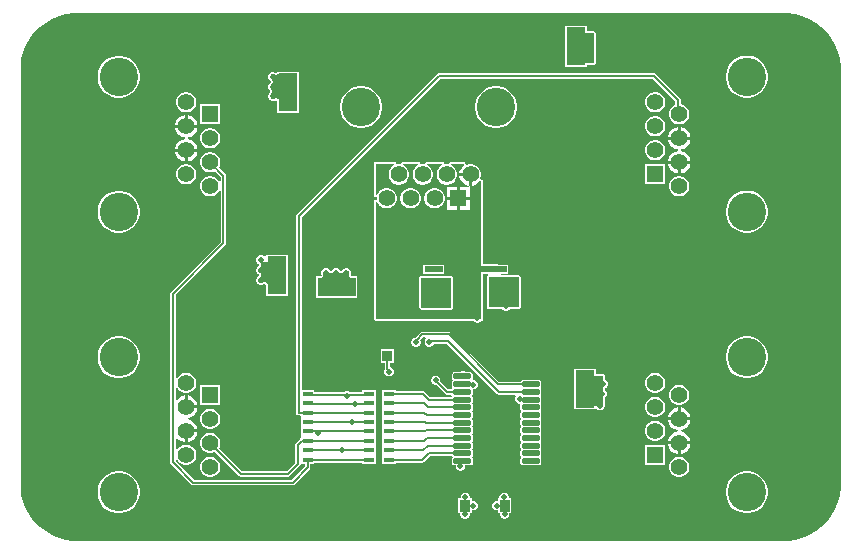
<source format=gtl>
G04*
G04 #@! TF.GenerationSoftware,Altium Limited,Altium Designer,22.11.1 (43)*
G04*
G04 Layer_Physical_Order=1*
G04 Layer_Color=255*
%FSLAX25Y25*%
%MOIN*%
G70*
G04*
G04 #@! TF.SameCoordinates,86DA71BE-ED10-4D6F-9541-DF3680A4200E*
G04*
G04*
G04 #@! TF.FilePolarity,Positive*
G04*
G01*
G75*
%ADD13C,0.00600*%
%ADD18R,0.06299X0.12598*%
%ADD19R,0.12598X0.06299*%
%ADD20R,0.03543X0.03937*%
%ADD21R,0.03543X0.01772*%
G04:AMPARAMS|DCode=22|XSize=59.06mil|YSize=17.72mil|CornerRadius=1.95mil|HoleSize=0mil|Usage=FLASHONLY|Rotation=0.000|XOffset=0mil|YOffset=0mil|HoleType=Round|Shape=RoundedRectangle|*
%AMROUNDEDRECTD22*
21,1,0.05906,0.01382,0,0,0.0*
21,1,0.05516,0.01772,0,0,0.0*
1,1,0.00390,0.02758,-0.00691*
1,1,0.00390,-0.02758,-0.00691*
1,1,0.00390,-0.02758,0.00691*
1,1,0.00390,0.02758,0.00691*
%
%ADD22ROUNDEDRECTD22*%
%ADD23R,0.03347X0.03740*%
%ADD24R,0.06000X0.02000*%
%ADD25R,0.06000X0.07000*%
%ADD35C,0.01968*%
%ADD36R,0.05504X0.05504*%
%ADD37C,0.05504*%
%ADD38C,0.12795*%
%ADD39R,0.05504X0.05504*%
%ADD40C,0.01968*%
G36*
X259007Y176374D02*
X261398Y175733D01*
X263684Y174786D01*
X265828Y173549D01*
X267792Y172042D01*
X269542Y170292D01*
X271049Y168328D01*
X272286Y166184D01*
X273234Y163898D01*
X273874Y161507D01*
X274197Y159053D01*
Y157815D01*
Y19685D01*
Y18447D01*
X273874Y15993D01*
X273234Y13602D01*
X272286Y11316D01*
X271049Y9172D01*
X269542Y7208D01*
X267792Y5458D01*
X265828Y3951D01*
X263684Y2714D01*
X261397Y1767D01*
X259007Y1126D01*
X256553Y803D01*
X18447D01*
X15993Y1126D01*
X13602Y1767D01*
X11316Y2714D01*
X9172Y3951D01*
X7208Y5458D01*
X5458Y7208D01*
X3951Y9172D01*
X2714Y11316D01*
X1767Y13602D01*
X1126Y15993D01*
X803Y18447D01*
Y19685D01*
Y157815D01*
Y159053D01*
X1126Y161507D01*
X1767Y163898D01*
X2714Y166184D01*
X3951Y168328D01*
X5458Y170292D01*
X7208Y172042D01*
X9172Y173549D01*
X11316Y174786D01*
X13602Y175733D01*
X15993Y176374D01*
X18447Y176697D01*
X256553D01*
X259007Y176374D01*
D02*
G37*
%LPC*%
G36*
X189698Y172394D02*
X182398D01*
Y158795D01*
X189698D01*
Y159419D01*
X192000D01*
X192459Y159609D01*
X192649Y160068D01*
Y170030D01*
X192459Y170490D01*
X192000Y170680D01*
X189698D01*
Y172394D01*
D02*
G37*
G36*
X243560Y162509D02*
X242182D01*
X240830Y162241D01*
X239556Y161713D01*
X238410Y160947D01*
X237435Y159973D01*
X236669Y158826D01*
X236142Y157553D01*
X235873Y156201D01*
Y154823D01*
X236142Y153471D01*
X236669Y152197D01*
X237435Y151051D01*
X238410Y150076D01*
X239556Y149311D01*
X240830Y148783D01*
X242182Y148514D01*
X243560D01*
X244912Y148783D01*
X246185Y149311D01*
X247332Y150076D01*
X248306Y151051D01*
X249072Y152197D01*
X249600Y153471D01*
X249868Y154823D01*
Y156201D01*
X249600Y157553D01*
X249072Y158826D01*
X248306Y159973D01*
X247332Y160947D01*
X246185Y161713D01*
X244912Y162241D01*
X243560Y162509D01*
D02*
G37*
G36*
X34189Y162494D02*
X32811D01*
X31459Y162225D01*
X30185Y161697D01*
X29039Y160931D01*
X28065Y159957D01*
X27299Y158811D01*
X26771Y157537D01*
X26502Y156185D01*
Y154807D01*
X26771Y153455D01*
X27299Y152181D01*
X28065Y151035D01*
X29039Y150060D01*
X30185Y149295D01*
X31459Y148767D01*
X32811Y148498D01*
X34189D01*
X35541Y148767D01*
X36815Y149295D01*
X37961Y150060D01*
X38935Y151035D01*
X39701Y152181D01*
X40229Y153455D01*
X40498Y154807D01*
Y156185D01*
X40229Y157537D01*
X39701Y158811D01*
X38935Y159957D01*
X37961Y160931D01*
X36815Y161697D01*
X35541Y162225D01*
X34189Y162494D01*
D02*
G37*
G36*
X212800Y150360D02*
X211918D01*
X211065Y150131D01*
X210301Y149690D01*
X209677Y149066D01*
X209235Y148302D01*
X209007Y147449D01*
Y146566D01*
X209235Y145714D01*
X209677Y144950D01*
X210301Y144326D01*
X211065Y143884D01*
X211918Y143656D01*
X212800D01*
X213653Y143884D01*
X214417Y144326D01*
X215041Y144950D01*
X215482Y145714D01*
X215711Y146566D01*
Y147449D01*
X215482Y148302D01*
X215041Y149066D01*
X214417Y149690D01*
X213653Y150131D01*
X212800Y150360D01*
D02*
G37*
G36*
X56461Y150344D02*
X55578D01*
X54726Y150116D01*
X53961Y149674D01*
X53337Y149050D01*
X52896Y148286D01*
X52668Y147433D01*
Y146551D01*
X52896Y145698D01*
X53337Y144934D01*
X53961Y144310D01*
X54726Y143869D01*
X55578Y143640D01*
X56461D01*
X57313Y143869D01*
X58078Y144310D01*
X58702Y144934D01*
X59143Y145698D01*
X59372Y146551D01*
Y147433D01*
X59143Y148286D01*
X58702Y149050D01*
X58078Y149674D01*
X57313Y150116D01*
X56461Y150344D01*
D02*
G37*
G36*
X85195Y157134D02*
X84565D01*
X83984Y156893D01*
X83539Y156447D01*
X83298Y155866D01*
Y155236D01*
X83539Y154654D01*
X83984Y154209D01*
X84159Y154137D01*
Y153595D01*
X83984Y153523D01*
X83539Y153078D01*
X83298Y152496D01*
Y151866D01*
X83539Y151285D01*
X83984Y150840D01*
Y150302D01*
X83539Y149857D01*
X83298Y149276D01*
Y148646D01*
X83539Y148064D01*
X83984Y147619D01*
X84565Y147378D01*
X85195D01*
X85777Y147619D01*
X85850Y147693D01*
X86350Y147485D01*
Y143491D01*
X93650D01*
Y157090D01*
X86350D01*
Y157026D01*
X85850Y156819D01*
X85777Y156893D01*
X85195Y157134D01*
D02*
G37*
G36*
X212037Y156670D02*
X140337D01*
X139986Y156600D01*
X139688Y156401D01*
X92988Y109701D01*
X92789Y109403D01*
X92719Y109052D01*
Y43545D01*
X92789Y43194D01*
X92988Y42896D01*
X93286Y42697D01*
X93637Y42627D01*
X93875D01*
X94228Y42274D01*
X94228Y41781D01*
X94228Y41659D01*
Y39132D01*
X94228Y39010D01*
Y38632D01*
X94228Y38510D01*
Y35982D01*
X94228Y35860D01*
Y35482D01*
X94228Y35360D01*
Y34964D01*
X94130Y34944D01*
X93832Y34745D01*
X92488Y33401D01*
X92289Y33103D01*
X92219Y32752D01*
Y26713D01*
X89557Y24051D01*
X74755D01*
X66941Y31865D01*
X67135Y32202D01*
X67364Y33055D01*
Y33937D01*
X67135Y34790D01*
X66694Y35554D01*
X66070Y36178D01*
X65306Y36619D01*
X64453Y36848D01*
X63570D01*
X62718Y36619D01*
X61954Y36178D01*
X61330Y35554D01*
X60888Y34790D01*
X60660Y33937D01*
Y33055D01*
X60888Y32202D01*
X61330Y31438D01*
X61954Y30814D01*
X62718Y30372D01*
X63570Y30144D01*
X64453D01*
X65306Y30372D01*
X65643Y30567D01*
X73726Y22484D01*
X74023Y22285D01*
X74375Y22216D01*
X89937D01*
X90288Y22285D01*
X90586Y22484D01*
X93786Y25684D01*
X93985Y25982D01*
X93990Y26010D01*
X94055Y26119D01*
X94238Y26365D01*
X94510Y26411D01*
X95619D01*
Y25632D01*
X91139Y21152D01*
X58735D01*
X52555Y27332D01*
Y27817D01*
X53055Y27951D01*
X53337Y27462D01*
X53961Y26838D01*
X54726Y26396D01*
X55578Y26168D01*
X56461D01*
X57313Y26396D01*
X58078Y26838D01*
X58702Y27462D01*
X59143Y28226D01*
X59372Y29079D01*
Y29961D01*
X59143Y30814D01*
X58702Y31578D01*
X58078Y32202D01*
X57313Y32643D01*
X56461Y32872D01*
X55578D01*
X54726Y32643D01*
X53961Y32202D01*
X53337Y31578D01*
X53055Y31088D01*
X52555Y31222D01*
Y35084D01*
X52763Y35140D01*
X53055Y35171D01*
X53716Y34509D01*
X54571Y34016D01*
X55519Y33761D01*
Y37512D01*
X56020D01*
Y38012D01*
X59770D01*
X59516Y38960D01*
X59022Y39816D01*
X58323Y40514D01*
X57468Y41008D01*
X56514Y41264D01*
Y41752D01*
X57468Y42008D01*
X58323Y42502D01*
X59022Y43200D01*
X59516Y44056D01*
X59770Y45004D01*
X56020D01*
Y45504D01*
X55520D01*
Y49254D01*
X54571Y49000D01*
X53716Y48506D01*
X53055Y47845D01*
X52763Y47876D01*
X52555Y47932D01*
Y51793D01*
X53055Y51928D01*
X53337Y51438D01*
X53961Y50814D01*
X54726Y50372D01*
X55578Y50144D01*
X56461D01*
X57313Y50372D01*
X58078Y50814D01*
X58702Y51438D01*
X59143Y52202D01*
X59372Y53055D01*
Y53937D01*
X59143Y54790D01*
X58702Y55554D01*
X58078Y56178D01*
X57313Y56620D01*
X56461Y56848D01*
X55578D01*
X54726Y56620D01*
X53961Y56178D01*
X53337Y55554D01*
X53055Y55064D01*
X52555Y55198D01*
Y82772D01*
X69086Y99303D01*
X69285Y99601D01*
X69355Y99952D01*
Y122567D01*
X69285Y122918D01*
X69086Y123216D01*
X66941Y125361D01*
X67135Y125698D01*
X67364Y126551D01*
Y127434D01*
X67135Y128286D01*
X66694Y129050D01*
X66070Y129674D01*
X65306Y130116D01*
X64453Y130344D01*
X63570D01*
X62718Y130116D01*
X61954Y129674D01*
X61330Y129050D01*
X60888Y128286D01*
X60660Y127434D01*
Y126551D01*
X60888Y125698D01*
X61330Y124934D01*
X61954Y124310D01*
X62718Y123869D01*
X63570Y123640D01*
X64453D01*
X65306Y123869D01*
X65643Y124063D01*
X67519Y122187D01*
Y120629D01*
X67019Y120495D01*
X66694Y121058D01*
X66070Y121682D01*
X65306Y122124D01*
X64453Y122352D01*
X63570D01*
X62718Y122124D01*
X61954Y121682D01*
X61330Y121058D01*
X60888Y120294D01*
X60660Y119441D01*
Y118559D01*
X60888Y117706D01*
X61330Y116942D01*
X61954Y116318D01*
X62718Y115876D01*
X63570Y115648D01*
X64453D01*
X65306Y115876D01*
X66070Y116318D01*
X66694Y116942D01*
X67019Y117505D01*
X67519Y117371D01*
Y100332D01*
X50988Y83801D01*
X50789Y83503D01*
X50719Y83152D01*
Y26952D01*
X50789Y26601D01*
X50988Y26303D01*
X57706Y19586D01*
X58003Y19387D01*
X58355Y19317D01*
X91519D01*
X91870Y19387D01*
X92168Y19586D01*
X97186Y24603D01*
X97385Y24901D01*
X97455Y25252D01*
Y26411D01*
X98772D01*
Y26879D01*
X114641D01*
Y26411D01*
X119184D01*
Y29061D01*
X119184Y29183D01*
Y29561D01*
X119184Y29683D01*
Y32210D01*
X119184Y32332D01*
Y32710D01*
X119184Y32832D01*
Y35360D01*
X119184Y35482D01*
Y35860D01*
X119184Y35982D01*
Y38510D01*
X119184Y38632D01*
Y39010D01*
X119184Y39132D01*
Y41659D01*
X119184Y41781D01*
Y42159D01*
X119184Y42281D01*
Y44931D01*
X119184D01*
Y45309D01*
X119184D01*
Y48080D01*
X119184D01*
Y48458D01*
X119184D01*
Y51230D01*
X114641D01*
Y50380D01*
X110643D01*
X110481Y50542D01*
X109899Y50783D01*
X109269D01*
X108688Y50542D01*
X108526Y50380D01*
X98772D01*
Y51230D01*
X94555D01*
Y108672D01*
X140717Y154834D01*
X211657D01*
X219082Y147409D01*
Y146122D01*
X219057Y146116D01*
X218293Y145674D01*
X217669Y145050D01*
X217228Y144286D01*
X216999Y143433D01*
Y142551D01*
X217228Y141698D01*
X217669Y140934D01*
X218293Y140310D01*
X219057Y139869D01*
X219910Y139640D01*
X220793D01*
X221645Y139869D01*
X222409Y140310D01*
X223033Y140934D01*
X223475Y141698D01*
X223703Y142551D01*
Y143433D01*
X223475Y144286D01*
X223033Y145050D01*
X222409Y145674D01*
X221645Y146116D01*
X220918Y146311D01*
Y147789D01*
X220848Y148140D01*
X220649Y148438D01*
X212686Y156401D01*
X212388Y156600D01*
X212037Y156670D01*
D02*
G37*
G36*
X67364Y146328D02*
X60660D01*
Y139624D01*
X67364D01*
Y146328D01*
D02*
G37*
G36*
X56520Y142750D02*
Y139500D01*
X59770D01*
X59516Y140448D01*
X59022Y141304D01*
X58323Y142002D01*
X57468Y142496D01*
X56520Y142750D01*
D02*
G37*
G36*
X55520Y142750D02*
X54571Y142496D01*
X53716Y142002D01*
X53017Y141304D01*
X52523Y140448D01*
X52269Y139500D01*
X55520D01*
Y142750D01*
D02*
G37*
G36*
X160005Y152435D02*
X158627D01*
X157275Y152166D01*
X156002Y151639D01*
X154856Y150873D01*
X153881Y149899D01*
X153115Y148752D01*
X152588Y147479D01*
X152319Y146127D01*
Y144748D01*
X152588Y143397D01*
X153115Y142123D01*
X153881Y140977D01*
X154856Y140002D01*
X156002Y139236D01*
X157275Y138709D01*
X158627Y138440D01*
X160005D01*
X161357Y138709D01*
X162631Y139236D01*
X163777Y140002D01*
X164752Y140977D01*
X165517Y142123D01*
X166045Y143397D01*
X166314Y144748D01*
Y146127D01*
X166045Y147479D01*
X165517Y148752D01*
X164752Y149899D01*
X163777Y150873D01*
X162631Y151639D01*
X161357Y152166D01*
X160005Y152435D01*
D02*
G37*
G36*
X115006D02*
X113627D01*
X112275Y152166D01*
X111002Y151639D01*
X109856Y150873D01*
X108881Y149899D01*
X108115Y148752D01*
X107588Y147479D01*
X107319Y146127D01*
Y144748D01*
X107588Y143397D01*
X108115Y142123D01*
X108881Y140977D01*
X109856Y140002D01*
X111002Y139236D01*
X112275Y138709D01*
X113627Y138440D01*
X115006D01*
X116357Y138709D01*
X117631Y139236D01*
X118777Y140002D01*
X119752Y140977D01*
X120518Y142123D01*
X121045Y143397D01*
X121314Y144748D01*
Y146127D01*
X121045Y147479D01*
X120518Y148752D01*
X119752Y149899D01*
X118777Y150873D01*
X117631Y151639D01*
X116357Y152166D01*
X115006Y152435D01*
D02*
G37*
G36*
X212800Y142368D02*
X211918D01*
X211065Y142139D01*
X210301Y141698D01*
X209677Y141074D01*
X209235Y140310D01*
X209007Y139457D01*
Y138575D01*
X209235Y137722D01*
X209677Y136958D01*
X210301Y136334D01*
X211065Y135892D01*
X211918Y135664D01*
X212800D01*
X213653Y135892D01*
X214417Y136334D01*
X215041Y136958D01*
X215482Y137722D01*
X215711Y138575D01*
Y139457D01*
X215482Y140310D01*
X215041Y141074D01*
X214417Y141698D01*
X213653Y142139D01*
X212800Y142368D01*
D02*
G37*
G36*
X220851Y138750D02*
Y135500D01*
X224101D01*
X223847Y136448D01*
X223354Y137304D01*
X222655Y138002D01*
X221799Y138496D01*
X220851Y138750D01*
D02*
G37*
G36*
X219851Y138750D02*
X218903Y138496D01*
X218047Y138002D01*
X217349Y137304D01*
X216855Y136448D01*
X216601Y135500D01*
X219851D01*
Y138750D01*
D02*
G37*
G36*
X64453Y138336D02*
X63570D01*
X62718Y138108D01*
X61954Y137666D01*
X61330Y137042D01*
X60888Y136278D01*
X60660Y135425D01*
Y134543D01*
X60888Y133690D01*
X61330Y132926D01*
X61954Y132302D01*
X62718Y131861D01*
X63570Y131632D01*
X64453D01*
X65306Y131861D01*
X66070Y132302D01*
X66694Y132926D01*
X67135Y133690D01*
X67364Y134543D01*
Y135425D01*
X67135Y136278D01*
X66694Y137042D01*
X66070Y137666D01*
X65306Y138108D01*
X64453Y138336D01*
D02*
G37*
G36*
X59770Y138500D02*
X56020D01*
X52269D01*
X52523Y137552D01*
X53017Y136696D01*
X53716Y135998D01*
X54571Y135504D01*
X55526Y135248D01*
Y134760D01*
X54571Y134504D01*
X53716Y134010D01*
X53017Y133312D01*
X52523Y132456D01*
X52269Y131508D01*
X56020D01*
X59770D01*
X59516Y132456D01*
X59022Y133312D01*
X58323Y134010D01*
X57468Y134504D01*
X56514Y134760D01*
Y135248D01*
X57468Y135504D01*
X58323Y135998D01*
X59022Y136696D01*
X59516Y137552D01*
X59770Y138500D01*
D02*
G37*
G36*
X212800Y134376D02*
X211918D01*
X211065Y134147D01*
X210301Y133706D01*
X209677Y133082D01*
X209235Y132317D01*
X209007Y131465D01*
Y130582D01*
X209235Y129730D01*
X209677Y128965D01*
X210301Y128341D01*
X211065Y127900D01*
X211918Y127672D01*
X212800D01*
X213653Y127900D01*
X214417Y128341D01*
X215041Y128965D01*
X215482Y129730D01*
X215711Y130582D01*
Y131465D01*
X215482Y132317D01*
X215041Y133082D01*
X214417Y133706D01*
X213653Y134147D01*
X212800Y134376D01*
D02*
G37*
G36*
X220351Y135000D02*
D01*
Y134500D01*
X216601D01*
X216855Y133552D01*
X217349Y132696D01*
X218047Y131998D01*
X218903Y131504D01*
X219857Y131248D01*
Y130760D01*
X218903Y130504D01*
X218047Y130010D01*
X217349Y129312D01*
X216855Y128456D01*
X216601Y127508D01*
X220351D01*
X224101D01*
X223847Y128456D01*
X223354Y129312D01*
X222655Y130010D01*
X221799Y130504D01*
X220845Y130760D01*
Y131248D01*
X221799Y131504D01*
X222655Y131998D01*
X223354Y132696D01*
X223847Y133552D01*
X224101Y134500D01*
X220351D01*
Y135000D01*
D02*
G37*
G36*
X55520Y130508D02*
X52269D01*
X52523Y129560D01*
X53017Y128704D01*
X53716Y128006D01*
X54571Y127512D01*
X55520Y127258D01*
Y130508D01*
D02*
G37*
G36*
X59770D02*
X56520D01*
Y127258D01*
X57468Y127512D01*
X58323Y128006D01*
X59022Y128704D01*
X59516Y129560D01*
X59770Y130508D01*
D02*
G37*
G36*
X148499Y127141D02*
X144286D01*
X144158Y127089D01*
X144020Y127085D01*
X143938Y126997D01*
X143826Y126951D01*
X143774Y126824D01*
X143679Y126724D01*
X143614Y126554D01*
X143193Y126270D01*
X142447D01*
X142026Y126554D01*
X141961Y126724D01*
X141867Y126824D01*
X141814Y126951D01*
X141702Y126997D01*
X141620Y127085D01*
X141482Y127089D01*
X141354Y127141D01*
X136294D01*
X136166Y127089D01*
X136028Y127085D01*
X135946Y126997D01*
X135835Y126951D01*
X135782Y126824D01*
X135687Y126724D01*
X135622Y126554D01*
X135201Y126270D01*
X134455D01*
X134034Y126554D01*
X133969Y126724D01*
X133874Y126824D01*
X133822Y126951D01*
X133711Y126997D01*
X133628Y127085D01*
X133490Y127089D01*
X133362Y127141D01*
X128302D01*
X128174Y127089D01*
X128036Y127085D01*
X127954Y126997D01*
X127842Y126951D01*
X127789Y126824D01*
X127695Y126724D01*
X127630Y126554D01*
X127209Y126270D01*
X126463D01*
X126042Y126554D01*
X125977Y126724D01*
X125882Y126824D01*
X125830Y126951D01*
X125718Y126997D01*
X125636Y127085D01*
X125498Y127089D01*
X125370Y127141D01*
X119134D01*
X118675Y126951D01*
X118484Y126492D01*
Y116051D01*
X118564Y115858D01*
X118619Y115656D01*
X118657Y115634D01*
X118675Y115592D01*
X118868Y115512D01*
X119049Y115408D01*
X119468Y115352D01*
Y114499D01*
X119049Y114444D01*
X118868Y114340D01*
X118675Y114260D01*
X118657Y114218D01*
X118619Y114196D01*
X118564Y113994D01*
X118484Y113801D01*
Y75043D01*
X118484Y75042D01*
X118484Y75042D01*
X118578Y74817D01*
X118675Y74584D01*
X118675Y74584D01*
X118675Y74583D01*
X119029Y74230D01*
X119029Y74230D01*
X119030Y74230D01*
X119263Y74134D01*
X119489Y74040D01*
X119489Y74040D01*
X119489Y74040D01*
X151783Y74113D01*
X152219Y73678D01*
X152800Y73437D01*
X153430D01*
X154012Y73678D01*
X154457Y74123D01*
X154472Y74159D01*
X154603Y74214D01*
X154833Y74309D01*
X154833Y74310D01*
X154834Y74310D01*
X154928Y74539D01*
X155023Y74768D01*
Y89674D01*
X156561D01*
X156660Y89174D01*
X156456Y89089D01*
X156266Y88630D01*
Y78909D01*
X156456Y78450D01*
X156697Y78209D01*
X157156Y78019D01*
X161343D01*
X161704Y77658D01*
X162285Y77417D01*
X162915D01*
X163496Y77658D01*
X163857Y78019D01*
X166918D01*
X167377Y78209D01*
X167568Y78668D01*
Y88630D01*
X167377Y89089D01*
X166918Y89279D01*
X161060D01*
X160838Y89779D01*
X160847Y89789D01*
X163315D01*
Y92789D01*
X160395D01*
X159815Y92904D01*
X155023D01*
Y120582D01*
X154958Y120739D01*
X154936Y120907D01*
X154866Y120960D01*
X154833Y121041D01*
X154676Y121106D01*
X154541Y121209D01*
X154309Y121272D01*
X154221Y121355D01*
X153998Y121773D01*
X153992Y121835D01*
X154164Y122477D01*
Y123359D01*
X153936Y124212D01*
X153495Y124976D01*
X152871Y125600D01*
X152106Y126042D01*
X151254Y126270D01*
X150371D01*
X149753Y126104D01*
X149434Y126140D01*
X149188Y126428D01*
X149126Y126660D01*
X149023Y126795D01*
X148958Y126951D01*
X148877Y126985D01*
X148823Y127055D01*
X148655Y127077D01*
X148499Y127141D01*
D02*
G37*
G36*
X224101Y126508D02*
X220851D01*
Y123258D01*
X221799Y123512D01*
X222655Y124005D01*
X223354Y124704D01*
X223847Y125560D01*
X224101Y126508D01*
D02*
G37*
G36*
X219851D02*
X216601D01*
X216855Y125560D01*
X217349Y124704D01*
X218047Y124005D01*
X218903Y123512D01*
X219851Y123257D01*
Y126508D01*
D02*
G37*
G36*
X215711Y126384D02*
X209007D01*
Y119680D01*
X215711D01*
Y126384D01*
D02*
G37*
G36*
X56461Y126368D02*
X55578D01*
X54726Y126139D01*
X53961Y125698D01*
X53337Y125074D01*
X52896Y124310D01*
X52668Y123457D01*
Y122574D01*
X52896Y121722D01*
X53337Y120958D01*
X53961Y120334D01*
X54726Y119892D01*
X55578Y119664D01*
X56461D01*
X57313Y119892D01*
X58078Y120334D01*
X58702Y120958D01*
X59143Y121722D01*
X59372Y122574D01*
Y123457D01*
X59143Y124310D01*
X58702Y125074D01*
X58078Y125698D01*
X57313Y126139D01*
X56461Y126368D01*
D02*
G37*
G36*
X220793Y122368D02*
X219910D01*
X219057Y122139D01*
X218293Y121698D01*
X217669Y121074D01*
X217228Y120310D01*
X216999Y119457D01*
Y118575D01*
X217228Y117722D01*
X217669Y116958D01*
X218293Y116334D01*
X219057Y115892D01*
X219910Y115664D01*
X220793D01*
X221645Y115892D01*
X222409Y116334D01*
X223033Y116958D01*
X223475Y117722D01*
X223703Y118575D01*
Y119457D01*
X223475Y120310D01*
X223033Y121074D01*
X222409Y121698D01*
X221645Y122139D01*
X220793Y122368D01*
D02*
G37*
G36*
X243560Y117509D02*
X242182D01*
X240830Y117241D01*
X239556Y116713D01*
X238410Y115947D01*
X237435Y114972D01*
X236669Y113826D01*
X236142Y112553D01*
X235873Y111201D01*
Y109823D01*
X236142Y108471D01*
X236669Y107197D01*
X237435Y106051D01*
X238410Y105076D01*
X239556Y104311D01*
X240830Y103783D01*
X242182Y103514D01*
X243560D01*
X244912Y103783D01*
X246185Y104311D01*
X247332Y105076D01*
X248306Y106051D01*
X249072Y107197D01*
X249600Y108471D01*
X249868Y109823D01*
Y111201D01*
X249600Y112553D01*
X249072Y113826D01*
X248306Y114972D01*
X247332Y115947D01*
X246185Y116713D01*
X244912Y117241D01*
X243560Y117509D01*
D02*
G37*
G36*
X34189Y117494D02*
X32811D01*
X31459Y117225D01*
X30185Y116697D01*
X29039Y115931D01*
X28065Y114957D01*
X27299Y113811D01*
X26771Y112537D01*
X26502Y111185D01*
Y109807D01*
X26771Y108455D01*
X27299Y107181D01*
X28065Y106035D01*
X29039Y105061D01*
X30185Y104295D01*
X31459Y103767D01*
X32811Y103498D01*
X34189D01*
X35541Y103767D01*
X36815Y104295D01*
X37961Y105061D01*
X38935Y106035D01*
X39701Y107181D01*
X40229Y108455D01*
X40498Y109807D01*
Y111185D01*
X40229Y112537D01*
X39701Y113811D01*
X38935Y114957D01*
X37961Y115931D01*
X36815Y116697D01*
X35541Y117225D01*
X34189Y117494D01*
D02*
G37*
G36*
X89850Y96142D02*
X82550D01*
Y95795D01*
X82050Y95588D01*
X81897Y95742D01*
X81315Y95983D01*
X80685D01*
X80103Y95742D01*
X79658Y95297D01*
X79417Y94715D01*
Y94085D01*
X79658Y93503D01*
X80103Y93058D01*
X80315Y92971D01*
Y92429D01*
X80103Y92342D01*
X79658Y91896D01*
X79417Y91315D01*
Y90685D01*
X79658Y90104D01*
X80103Y89658D01*
X80311Y89572D01*
Y89031D01*
X80103Y88945D01*
X79658Y88500D01*
X79417Y87918D01*
Y87289D01*
X79658Y86707D01*
X80103Y86262D01*
X80685Y86021D01*
X81315D01*
X81897Y86262D01*
X82050Y86416D01*
X82550Y86208D01*
Y82543D01*
X89850D01*
Y96142D01*
D02*
G37*
G36*
X109701Y91661D02*
X109072D01*
X108490Y91420D01*
X108045Y90975D01*
X107959Y90768D01*
X107418D01*
X107332Y90975D01*
X106886Y91420D01*
X106305Y91661D01*
X105675D01*
X105093Y91420D01*
X104648Y90975D01*
X104560Y90763D01*
X104019D01*
X103932Y90975D01*
X103486Y91420D01*
X102905Y91661D01*
X102275D01*
X101693Y91420D01*
X101248Y90975D01*
X101007Y90394D01*
Y89764D01*
X101137Y89450D01*
X100827Y88950D01*
X99458D01*
Y81650D01*
X113057D01*
Y88950D01*
X111149D01*
X110839Y89450D01*
X110969Y89764D01*
Y90394D01*
X110728Y90975D01*
X110283Y91420D01*
X109701Y91661D01*
D02*
G37*
G36*
X125232Y64870D02*
X120886D01*
Y60130D01*
X122182D01*
Y58070D01*
X122204Y57964D01*
X122017Y57515D01*
Y56885D01*
X122258Y56304D01*
X122704Y55858D01*
X123285Y55617D01*
X123915D01*
X124496Y55858D01*
X124942Y56304D01*
X125183Y56885D01*
Y57515D01*
X124942Y58096D01*
X124496Y58542D01*
X124018Y58740D01*
Y60130D01*
X125232D01*
Y64870D01*
D02*
G37*
G36*
X243560Y68998D02*
X242182D01*
X240830Y68729D01*
X239556Y68201D01*
X238410Y67435D01*
X237435Y66461D01*
X236670Y65315D01*
X236142Y64041D01*
X235873Y62689D01*
Y61311D01*
X236142Y59959D01*
X236670Y58685D01*
X237435Y57539D01*
X238410Y56564D01*
X239556Y55799D01*
X240830Y55271D01*
X242182Y55002D01*
X243560D01*
X244912Y55271D01*
X246185Y55799D01*
X247332Y56564D01*
X248306Y57539D01*
X249072Y58685D01*
X249600Y59959D01*
X249868Y61311D01*
Y62689D01*
X249600Y64041D01*
X249072Y65315D01*
X248306Y66461D01*
X247332Y67435D01*
X246185Y68201D01*
X244912Y68729D01*
X243560Y68998D01*
D02*
G37*
G36*
X34189D02*
X32811D01*
X31459Y68729D01*
X30185Y68201D01*
X29039Y67435D01*
X28065Y66461D01*
X27299Y65315D01*
X26771Y64041D01*
X26502Y62689D01*
Y61311D01*
X26771Y59959D01*
X27299Y58685D01*
X28065Y57539D01*
X29039Y56564D01*
X30185Y55799D01*
X31459Y55271D01*
X32811Y55002D01*
X34189D01*
X35541Y55271D01*
X36815Y55799D01*
X37961Y56564D01*
X38935Y57539D01*
X39701Y58685D01*
X40229Y59959D01*
X40498Y61311D01*
Y62689D01*
X40229Y64041D01*
X39701Y65315D01*
X38935Y66461D01*
X37961Y67435D01*
X36815Y68201D01*
X35541Y68729D01*
X34189Y68998D01*
D02*
G37*
G36*
X148647Y57334D02*
X148017D01*
X147435Y57093D01*
X147316Y56974D01*
X145325D01*
X145054Y56920D01*
X144824Y56767D01*
X144670Y56537D01*
X144616Y56266D01*
Y54884D01*
X144670Y54613D01*
X144824Y54383D01*
Y54208D01*
X144670Y53978D01*
X144616Y53707D01*
Y52325D01*
X144670Y52054D01*
X144769Y51795D01*
X144528Y51342D01*
X143445D01*
X140783Y54004D01*
Y54615D01*
X140542Y55196D01*
X140096Y55642D01*
X139515Y55883D01*
X138885D01*
X138303Y55642D01*
X137858Y55196D01*
X137617Y54615D01*
Y53985D01*
X137858Y53404D01*
X138303Y52958D01*
X138885Y52717D01*
X139474D01*
X142416Y49775D01*
X142714Y49576D01*
X143065Y49506D01*
X144314D01*
X144552Y49215D01*
X144615Y49034D01*
X144433Y48783D01*
X137196D01*
X135486Y50493D01*
X135188Y50692D01*
X134837Y50762D01*
X125877D01*
Y51230D01*
X121334D01*
Y48458D01*
X121334D01*
Y48080D01*
X121334D01*
Y45309D01*
X121334D01*
Y44931D01*
X121334D01*
Y42159D01*
X121334D01*
Y41781D01*
X121334D01*
Y39010D01*
X121334D01*
Y38632D01*
X121334D01*
Y35860D01*
X121334D01*
Y35482D01*
X121334D01*
Y32710D01*
X121334D01*
Y32332D01*
X121334D01*
Y29561D01*
X121334D01*
Y29183D01*
X121334D01*
Y26411D01*
X125877D01*
Y26879D01*
X134737D01*
X135088Y26949D01*
X135386Y27148D01*
X137272Y29034D01*
X144548D01*
X144743Y28739D01*
X144807Y28591D01*
X144670Y28387D01*
X144616Y28116D01*
Y26734D01*
X144670Y26463D01*
X144824Y26233D01*
X145054Y26080D01*
X145325Y26026D01*
X145860D01*
X145878Y25999D01*
Y25370D01*
X146119Y24788D01*
X146564Y24343D01*
X147145Y24102D01*
X147775D01*
X148357Y24343D01*
X148802Y24788D01*
X149043Y25370D01*
Y25999D01*
X149061Y26026D01*
X150841D01*
X151112Y26080D01*
X151342Y26233D01*
X151495Y26463D01*
X151549Y26734D01*
Y28116D01*
X151495Y28387D01*
X151342Y28617D01*
Y28792D01*
X151495Y29022D01*
X151549Y29293D01*
Y30675D01*
X151495Y30946D01*
X151342Y31176D01*
Y31351D01*
X151495Y31581D01*
X151549Y31852D01*
Y33234D01*
X151495Y33505D01*
X151375Y33823D01*
X151495Y34140D01*
X151549Y34411D01*
Y35793D01*
X151495Y36064D01*
X151342Y36294D01*
Y36470D01*
X151495Y36699D01*
X151549Y36970D01*
Y38352D01*
X151495Y38623D01*
X151342Y38853D01*
Y39028D01*
X151495Y39258D01*
X151549Y39529D01*
Y40911D01*
X151495Y41183D01*
X151342Y41412D01*
Y41587D01*
X151495Y41817D01*
X151549Y42088D01*
Y43470D01*
X151495Y43742D01*
X151375Y44059D01*
X151495Y44377D01*
X151549Y44648D01*
Y46030D01*
X151495Y46301D01*
X151342Y46531D01*
Y46706D01*
X151495Y46936D01*
X151549Y47207D01*
Y48589D01*
X151495Y48860D01*
X151342Y49090D01*
Y49265D01*
X151495Y49495D01*
X151549Y49766D01*
Y51148D01*
X151649Y51269D01*
X152047D01*
X152629Y51510D01*
X153074Y51955D01*
X153315Y52537D01*
Y53166D01*
X153074Y53748D01*
X152629Y54193D01*
X152047Y54434D01*
X151932D01*
X151549Y54884D01*
Y56266D01*
X151495Y56537D01*
X151342Y56767D01*
X151112Y56920D01*
X150841Y56974D01*
X149347D01*
X149229Y57093D01*
X148647Y57334D01*
D02*
G37*
G36*
X212800Y56848D02*
X211918D01*
X211065Y56620D01*
X210301Y56178D01*
X209677Y55554D01*
X209236Y54790D01*
X209007Y53937D01*
Y53055D01*
X209236Y52202D01*
X209677Y51438D01*
X210301Y50814D01*
X211065Y50372D01*
X211918Y50144D01*
X212800D01*
X213653Y50372D01*
X214417Y50814D01*
X215041Y51438D01*
X215483Y52202D01*
X215711Y53055D01*
Y53937D01*
X215483Y54790D01*
X215041Y55554D01*
X214417Y56178D01*
X213653Y56620D01*
X212800Y56848D01*
D02*
G37*
G36*
X220793Y52832D02*
X219910D01*
X219057Y52604D01*
X218293Y52163D01*
X217669Y51538D01*
X217228Y50774D01*
X216999Y49922D01*
Y49039D01*
X217228Y48187D01*
X217669Y47422D01*
X218293Y46798D01*
X219057Y46357D01*
X219910Y46128D01*
X220793D01*
X221645Y46357D01*
X222409Y46798D01*
X223033Y47422D01*
X223475Y48187D01*
X223703Y49039D01*
Y49922D01*
X223475Y50774D01*
X223033Y51538D01*
X222409Y52163D01*
X221645Y52604D01*
X220793Y52832D01*
D02*
G37*
G36*
X67364D02*
X60660D01*
Y46128D01*
X67364D01*
Y52832D01*
D02*
G37*
G36*
X56520Y49254D02*
Y46004D01*
X59770D01*
X59516Y46952D01*
X59022Y47808D01*
X58323Y48506D01*
X57468Y49000D01*
X56520Y49254D01*
D02*
G37*
G36*
X192550Y58184D02*
X185250D01*
Y44586D01*
X192550D01*
X192550Y44586D01*
Y44586D01*
X193050Y44612D01*
X193104Y44558D01*
X193685Y44317D01*
X194315D01*
X194896Y44558D01*
X195342Y45004D01*
X195583Y45585D01*
Y45680D01*
X195649Y45841D01*
Y48611D01*
X195942Y48904D01*
X196183Y49485D01*
Y50115D01*
X195942Y50696D01*
X195649Y50989D01*
Y51614D01*
X195996Y51758D01*
X196442Y52204D01*
X196683Y52785D01*
Y53415D01*
X196442Y53996D01*
X195996Y54442D01*
X195649Y54585D01*
Y55803D01*
X195459Y56262D01*
X195000Y56453D01*
X192550D01*
Y58184D01*
D02*
G37*
G36*
X212800Y48856D02*
X211918D01*
X211065Y48627D01*
X210301Y48186D01*
X209677Y47562D01*
X209236Y46798D01*
X209007Y45945D01*
Y45063D01*
X209236Y44210D01*
X209677Y43446D01*
X210301Y42822D01*
X211065Y42380D01*
X211918Y42152D01*
X212800D01*
X213653Y42380D01*
X214417Y42822D01*
X215041Y43446D01*
X215483Y44210D01*
X215711Y45063D01*
Y45945D01*
X215483Y46798D01*
X215041Y47562D01*
X214417Y48186D01*
X213653Y48627D01*
X212800Y48856D01*
D02*
G37*
G36*
X220851Y45239D02*
Y41988D01*
X224102D01*
X223848Y42936D01*
X223354Y43792D01*
X222655Y44491D01*
X221799Y44984D01*
X220851Y45239D01*
D02*
G37*
G36*
X219851D02*
X218903Y44984D01*
X218047Y44491D01*
X217349Y43792D01*
X216855Y42936D01*
X216601Y41988D01*
X219851D01*
Y45239D01*
D02*
G37*
G36*
X64453Y44840D02*
X63570D01*
X62718Y44612D01*
X61954Y44170D01*
X61330Y43546D01*
X60888Y42782D01*
X60660Y41930D01*
Y41047D01*
X60888Y40194D01*
X61330Y39430D01*
X61954Y38806D01*
X62718Y38365D01*
X63570Y38136D01*
X64453D01*
X65306Y38365D01*
X66070Y38806D01*
X66694Y39430D01*
X67135Y40194D01*
X67364Y41047D01*
Y41930D01*
X67135Y42782D01*
X66694Y43546D01*
X66070Y44170D01*
X65306Y44612D01*
X64453Y44840D01*
D02*
G37*
G36*
X212800Y40864D02*
X211918D01*
X211065Y40635D01*
X210301Y40194D01*
X209677Y39570D01*
X209236Y38806D01*
X209007Y37953D01*
Y37071D01*
X209236Y36218D01*
X209677Y35454D01*
X210301Y34830D01*
X211065Y34388D01*
X211918Y34160D01*
X212800D01*
X213653Y34388D01*
X214417Y34830D01*
X215041Y35454D01*
X215483Y36218D01*
X215711Y37071D01*
Y37953D01*
X215483Y38806D01*
X215041Y39570D01*
X214417Y40194D01*
X213653Y40635D01*
X212800Y40864D01*
D02*
G37*
G36*
X224101Y40988D02*
X220351D01*
X216601D01*
X216855Y40040D01*
X217349Y39184D01*
X218047Y38486D01*
X218903Y37992D01*
X219857Y37736D01*
Y37248D01*
X218903Y36992D01*
X218047Y36498D01*
X217349Y35800D01*
X216855Y34944D01*
X216601Y33996D01*
X220351D01*
X224102D01*
X223848Y34944D01*
X223354Y35800D01*
X222655Y36498D01*
X221799Y36992D01*
X220845Y37248D01*
Y37736D01*
X221799Y37992D01*
X222655Y38486D01*
X223354Y39184D01*
X223848Y40040D01*
X224101Y40988D01*
D02*
G37*
G36*
X59770Y37012D02*
X56520D01*
Y33761D01*
X57468Y34016D01*
X58323Y34509D01*
X59022Y35208D01*
X59516Y36064D01*
X59770Y37012D01*
D02*
G37*
G36*
X224102Y32996D02*
X220851D01*
Y29746D01*
X221799Y30000D01*
X222655Y30494D01*
X223354Y31192D01*
X223848Y32048D01*
X224102Y32996D01*
D02*
G37*
G36*
X219851D02*
X216601D01*
X216855Y32048D01*
X217349Y31192D01*
X218047Y30494D01*
X218903Y30000D01*
X219851Y29746D01*
Y32996D01*
D02*
G37*
G36*
X215711Y32871D02*
X209007D01*
Y26168D01*
X215711D01*
Y32871D01*
D02*
G37*
G36*
X143467Y70498D02*
X134633D01*
X134282Y70428D01*
X133984Y70229D01*
X132319Y68564D01*
X132313D01*
X131731Y68323D01*
X131286Y67878D01*
X131045Y67296D01*
Y66666D01*
X131286Y66085D01*
X131731Y65639D01*
X132313Y65399D01*
X132942D01*
X133524Y65639D01*
X133969Y66085D01*
X134210Y66666D01*
Y67296D01*
X134045Y67694D01*
X135013Y68663D01*
X135717D01*
X135924Y68163D01*
X135758Y67997D01*
X135517Y67415D01*
Y66785D01*
X135758Y66203D01*
X136204Y65758D01*
X136785Y65517D01*
X137415D01*
X137996Y65758D01*
X138442Y66203D01*
X138514Y66378D01*
X142923D01*
X159526Y49775D01*
X159824Y49576D01*
X160175Y49506D01*
X165596D01*
X165833Y49036D01*
X165592Y48454D01*
Y47825D01*
X165833Y47243D01*
X166278Y46798D01*
X166860Y46557D01*
X167085D01*
X167145Y46520D01*
X167456Y46057D01*
X167451Y46030D01*
Y44648D01*
X167505Y44377D01*
X167625Y44059D01*
X167505Y43742D01*
X167451Y43470D01*
Y42088D01*
X167505Y41817D01*
X167658Y41587D01*
Y41412D01*
X167505Y41183D01*
X167451Y40911D01*
Y39529D01*
X167505Y39258D01*
X167658Y39028D01*
Y38853D01*
X167505Y38623D01*
X167451Y38352D01*
Y36970D01*
X167505Y36699D01*
X167658Y36470D01*
Y36294D01*
X167505Y36064D01*
X167451Y35793D01*
Y34411D01*
X167505Y34140D01*
X167625Y33823D01*
X167505Y33505D01*
X167451Y33234D01*
Y31852D01*
X167505Y31581D01*
X167658Y31351D01*
Y31176D01*
X167505Y30946D01*
X167451Y30675D01*
Y29293D01*
X167505Y29022D01*
X167658Y28792D01*
Y28617D01*
X167505Y28387D01*
X167451Y28116D01*
Y26734D01*
X167505Y26463D01*
X167658Y26233D01*
X167888Y26080D01*
X168159Y26026D01*
X173675D01*
X173946Y26080D01*
X174176Y26233D01*
X174330Y26463D01*
X174384Y26734D01*
Y28116D01*
X174330Y28387D01*
X174176Y28617D01*
Y28792D01*
X174330Y29022D01*
X174384Y29293D01*
Y30675D01*
X174330Y30946D01*
X174176Y31176D01*
Y31351D01*
X174330Y31581D01*
X174384Y31852D01*
Y33234D01*
X174330Y33505D01*
X174209Y33823D01*
X174330Y34140D01*
X174384Y34411D01*
Y35793D01*
X174330Y36064D01*
X174176Y36294D01*
Y36470D01*
X174330Y36699D01*
X174384Y36970D01*
Y38352D01*
X174330Y38623D01*
X174176Y38853D01*
Y39028D01*
X174330Y39258D01*
X174384Y39529D01*
Y40911D01*
X174330Y41183D01*
X174176Y41412D01*
Y41587D01*
X174330Y41817D01*
X174384Y42088D01*
Y43470D01*
X174330Y43742D01*
X174209Y44059D01*
X174330Y44377D01*
X174384Y44648D01*
Y46030D01*
X174330Y46301D01*
X174176Y46531D01*
Y46706D01*
X174330Y46936D01*
X174384Y47207D01*
Y48589D01*
X174330Y48860D01*
X174176Y49090D01*
Y49265D01*
X174330Y49495D01*
X174384Y49766D01*
Y51148D01*
X174330Y51419D01*
X174209Y51736D01*
X174330Y52054D01*
X174384Y52325D01*
Y53707D01*
X174330Y53978D01*
X174176Y54208D01*
X173946Y54361D01*
X173675Y54415D01*
X168159D01*
X167888Y54361D01*
X167658Y54208D01*
X167505Y53978D01*
X167490Y53901D01*
X160444D01*
X144116Y70229D01*
X143818Y70428D01*
X143467Y70498D01*
D02*
G37*
G36*
X220793Y28856D02*
X219910D01*
X219057Y28627D01*
X218293Y28186D01*
X217669Y27562D01*
X217228Y26798D01*
X216999Y25945D01*
Y25063D01*
X217228Y24210D01*
X217669Y23446D01*
X218293Y22822D01*
X219057Y22380D01*
X219910Y22152D01*
X220793D01*
X221645Y22380D01*
X222409Y22822D01*
X223033Y23446D01*
X223475Y24210D01*
X223703Y25063D01*
Y25945D01*
X223475Y26798D01*
X223033Y27562D01*
X222409Y28186D01*
X221645Y28627D01*
X220793Y28856D01*
D02*
G37*
G36*
X64453D02*
X63570D01*
X62718Y28627D01*
X61954Y28186D01*
X61330Y27562D01*
X60888Y26798D01*
X60660Y25945D01*
Y25063D01*
X60888Y24210D01*
X61330Y23446D01*
X61954Y22822D01*
X62718Y22380D01*
X63570Y22152D01*
X64453D01*
X65306Y22380D01*
X66070Y22822D01*
X66694Y23446D01*
X67135Y24210D01*
X67364Y25063D01*
Y25945D01*
X67135Y26798D01*
X66694Y27562D01*
X66070Y28186D01*
X65306Y28627D01*
X64453Y28856D01*
D02*
G37*
G36*
X243560Y23998D02*
X242182D01*
X240830Y23729D01*
X239556Y23201D01*
X238410Y22435D01*
X237435Y21461D01*
X236670Y20315D01*
X236142Y19041D01*
X235873Y17689D01*
Y16311D01*
X236142Y14959D01*
X236670Y13685D01*
X237435Y12539D01*
X238410Y11564D01*
X239556Y10799D01*
X240830Y10271D01*
X242182Y10002D01*
X243560D01*
X244912Y10271D01*
X246185Y10799D01*
X247332Y11564D01*
X248306Y12539D01*
X249072Y13685D01*
X249600Y14959D01*
X249868Y16311D01*
Y17689D01*
X249600Y19041D01*
X249072Y20315D01*
X248306Y21461D01*
X247332Y22435D01*
X246185Y23201D01*
X244912Y23729D01*
X243560Y23998D01*
D02*
G37*
G36*
X34189D02*
X32811D01*
X31459Y23729D01*
X30185Y23201D01*
X29039Y22435D01*
X28065Y21461D01*
X27299Y20315D01*
X26771Y19041D01*
X26502Y17689D01*
Y16311D01*
X26771Y14959D01*
X27299Y13685D01*
X28065Y12539D01*
X29039Y11564D01*
X30185Y10799D01*
X31459Y10271D01*
X32811Y10002D01*
X34189D01*
X35541Y10271D01*
X36815Y10799D01*
X37961Y11564D01*
X38935Y12539D01*
X39701Y13685D01*
X40229Y14959D01*
X40498Y16311D01*
Y17689D01*
X40229Y19041D01*
X39701Y20315D01*
X38935Y21461D01*
X37961Y22435D01*
X36815Y23201D01*
X35541Y23729D01*
X34189Y23998D01*
D02*
G37*
G36*
X149428Y16878D02*
X148798D01*
X148216Y16637D01*
X147771Y16192D01*
X147530Y15610D01*
Y15008D01*
X146682D01*
Y10071D01*
X147391D01*
Y9469D01*
X147632Y8887D01*
X148078Y8442D01*
X148659Y8201D01*
X149289D01*
X149871Y8442D01*
X150316Y8887D01*
X150557Y9469D01*
Y10071D01*
X151226D01*
Y10909D01*
X151297Y10957D01*
X151926D01*
X152508Y11197D01*
X152953Y11643D01*
X153194Y12224D01*
Y12854D01*
X152953Y13436D01*
X152508Y13881D01*
X151926Y14122D01*
X151297D01*
X151226Y14169D01*
Y15008D01*
X150696D01*
Y15610D01*
X150455Y16192D01*
X150010Y16637D01*
X149428Y16878D01*
D02*
G37*
G36*
X162352D02*
X161722D01*
X161141Y16637D01*
X160695Y16192D01*
X160454Y15610D01*
Y15008D01*
X159872D01*
Y14169D01*
X159801Y14122D01*
X159171D01*
X158590Y13881D01*
X158144Y13436D01*
X157904Y12854D01*
Y12224D01*
X158144Y11643D01*
X158590Y11197D01*
X159171Y10957D01*
X159801D01*
X159872Y10909D01*
Y10071D01*
X160561D01*
Y9441D01*
X160802Y8859D01*
X161247Y8414D01*
X161829Y8173D01*
X162458D01*
X163040Y8414D01*
X163485Y8859D01*
X163726Y9441D01*
Y10071D01*
X164415D01*
Y15008D01*
X163620D01*
Y15610D01*
X163379Y16192D01*
X162934Y16637D01*
X162352Y16878D01*
D02*
G37*
%LPD*%
G36*
X192000Y160068D02*
X185046D01*
X184806Y160309D01*
Y170030D01*
X192000D01*
Y160068D01*
D02*
G37*
G36*
X85528Y156293D02*
X85602Y156219D01*
X85731D01*
X85850Y156170D01*
X85970Y156219D01*
X86099D01*
X86599Y156426D01*
X86613Y156440D01*
X89211D01*
Y147274D01*
X88970Y147033D01*
X87000D01*
Y147485D01*
X86950Y147605D01*
Y147734D01*
X86859Y147825D01*
X86810Y147945D01*
X86690Y147994D01*
X86599Y148085D01*
X86099Y148293D01*
X85970D01*
X85850Y148342D01*
X85731Y148293D01*
X85602D01*
X85528Y148219D01*
X85528D01*
X85066Y148028D01*
X84695D01*
X84352Y148170D01*
X84137Y148384D01*
Y149537D01*
X84443Y149843D01*
X84633Y150302D01*
Y150840D01*
X84443Y151299D01*
X84137Y151605D01*
Y152758D01*
X84352Y152972D01*
X84407Y152996D01*
X84499Y153087D01*
X84618Y153136D01*
X84667Y153256D01*
X84759Y153347D01*
Y153476D01*
X84808Y153595D01*
Y154137D01*
X84759Y154256D01*
Y154385D01*
X84667Y154477D01*
X84618Y154596D01*
X84499Y154645D01*
X84407Y154737D01*
X84352Y154760D01*
X84137Y154974D01*
Y156127D01*
X84352Y156342D01*
X84695Y156484D01*
X85066D01*
X85528Y156293D01*
D02*
G37*
G36*
X148633Y125992D02*
X148509Y125920D01*
X147810Y125222D01*
X147316Y124366D01*
X147062Y123418D01*
X150812D01*
Y122918D01*
X151312D01*
Y119168D01*
X152260Y119422D01*
X153116Y119916D01*
X153815Y120614D01*
X153873Y120716D01*
X154373Y120582D01*
Y74768D01*
X119488Y74690D01*
X119134Y75043D01*
Y113801D01*
X119634Y113866D01*
X119697Y113632D01*
X120138Y112868D01*
X120762Y112244D01*
X121526Y111802D01*
X122379Y111574D01*
X123261D01*
X124114Y111802D01*
X124878Y112244D01*
X125502Y112868D01*
X125944Y113632D01*
X126172Y114485D01*
Y115367D01*
X125944Y116220D01*
X125502Y116984D01*
X124878Y117608D01*
X124114Y118050D01*
X123261Y118278D01*
X122379D01*
X121526Y118050D01*
X120762Y117608D01*
X120138Y116984D01*
X119697Y116220D01*
X119634Y115986D01*
X119134Y116051D01*
Y126492D01*
X125370D01*
X125435Y126322D01*
X125456Y125992D01*
X124778Y125600D01*
X124154Y124976D01*
X123712Y124212D01*
X123484Y123359D01*
Y122477D01*
X123712Y121624D01*
X124154Y120860D01*
X124778Y120236D01*
X125542Y119795D01*
X126395Y119566D01*
X127277D01*
X128130Y119795D01*
X128894Y120236D01*
X129518Y120860D01*
X129959Y121624D01*
X130188Y122477D01*
Y123359D01*
X129959Y124212D01*
X129518Y124976D01*
X128894Y125600D01*
X128216Y125992D01*
X128237Y126322D01*
X128302Y126492D01*
X133362D01*
X133427Y126322D01*
X133448Y125992D01*
X132770Y125600D01*
X132146Y124976D01*
X131705Y124212D01*
X131476Y123359D01*
Y122477D01*
X131705Y121624D01*
X132146Y120860D01*
X132770Y120236D01*
X133534Y119795D01*
X134387Y119566D01*
X135269D01*
X136122Y119795D01*
X136886Y120236D01*
X137510Y120860D01*
X137952Y121624D01*
X138180Y122477D01*
Y123359D01*
X137952Y124212D01*
X137510Y124976D01*
X136886Y125600D01*
X136208Y125992D01*
X136229Y126322D01*
X136294Y126492D01*
X141354D01*
X141419Y126322D01*
X141440Y125992D01*
X140762Y125600D01*
X140138Y124976D01*
X139697Y124212D01*
X139468Y123359D01*
Y122477D01*
X139697Y121624D01*
X140138Y120860D01*
X140762Y120236D01*
X141526Y119795D01*
X142379Y119566D01*
X143261D01*
X144114Y119795D01*
X144878Y120236D01*
X145502Y120860D01*
X145944Y121624D01*
X146172Y122477D01*
Y123359D01*
X145944Y124212D01*
X145502Y124976D01*
X144878Y125600D01*
X144200Y125992D01*
X144221Y126322D01*
X144286Y126492D01*
X148499D01*
X148633Y125992D01*
D02*
G37*
G36*
X166918Y78668D02*
X157156D01*
X156915Y78909D01*
Y88630D01*
X166918D01*
Y78668D01*
D02*
G37*
%LPC*%
G36*
X150312Y122418D02*
X147062D01*
X147316Y121470D01*
X147810Y120614D01*
X148509Y119916D01*
X149364Y119422D01*
X150093Y119227D01*
X150312Y119168D01*
Y122418D01*
D02*
G37*
G36*
X150318Y119166D02*
X150290Y118678D01*
X150053Y118678D01*
X150048Y118678D01*
X147297D01*
Y115426D01*
X150549D01*
Y118279D01*
X150549Y118666D01*
X150549Y118678D01*
X150577Y119166D01*
X150319D01*
X150318Y119166D01*
D02*
G37*
G36*
X146297Y118678D02*
X143044D01*
Y115426D01*
X146297D01*
Y118678D01*
D02*
G37*
G36*
X139246Y118278D02*
X138363D01*
X137511Y118050D01*
X136746Y117608D01*
X136122Y116984D01*
X135681Y116220D01*
X135452Y115367D01*
Y114485D01*
X135681Y113632D01*
X136122Y112868D01*
X136746Y112244D01*
X137511Y111802D01*
X138363Y111574D01*
X139246D01*
X140098Y111802D01*
X140863Y112244D01*
X141487Y112868D01*
X141928Y113632D01*
X142156Y114485D01*
Y115367D01*
X141928Y116220D01*
X141487Y116984D01*
X140863Y117608D01*
X140098Y118050D01*
X139246Y118278D01*
D02*
G37*
G36*
X131254D02*
X130371D01*
X129518Y118050D01*
X128754Y117608D01*
X128130Y116984D01*
X127689Y116220D01*
X127460Y115367D01*
Y114485D01*
X127689Y113632D01*
X128130Y112868D01*
X128754Y112244D01*
X129518Y111802D01*
X130371Y111574D01*
X131254D01*
X132106Y111802D01*
X132870Y112244D01*
X133494Y112868D01*
X133936Y113632D01*
X134164Y114485D01*
Y115367D01*
X133936Y116220D01*
X133494Y116984D01*
X132870Y117608D01*
X132106Y118050D01*
X131254Y118278D01*
D02*
G37*
G36*
X150549Y114426D02*
X147297D01*
Y111174D01*
X150549D01*
Y114426D01*
D02*
G37*
G36*
X146297D02*
X143044D01*
Y111174D01*
X146297D01*
Y114426D01*
D02*
G37*
G36*
X142115Y92789D02*
X135115D01*
Y89789D01*
X142115D01*
Y92789D01*
D02*
G37*
G36*
X144317Y89129D02*
X134314D01*
X133855Y88938D01*
X133665Y88479D01*
Y78758D01*
X133855Y78299D01*
X134096Y78058D01*
X134555Y77868D01*
X144317D01*
X144777Y78058D01*
X144967Y78517D01*
Y88479D01*
X144777Y88938D01*
X144317Y89129D01*
D02*
G37*
%LPD*%
G36*
Y78517D02*
X134555D01*
X134314Y78758D01*
Y88479D01*
X144317D01*
Y78517D01*
D02*
G37*
G36*
X84500Y83919D02*
X83200D01*
Y86208D01*
X83150Y86328D01*
Y86457D01*
X83059Y86548D01*
X83010Y86668D01*
X82890Y86717D01*
X82799Y86809D01*
X82299Y87016D01*
X82170D01*
X82050Y87065D01*
X81931Y87016D01*
X81802D01*
X81710Y86924D01*
X81591Y86875D01*
X81529Y86812D01*
X81186Y86670D01*
X80814D01*
X80471Y86812D01*
X80209Y87075D01*
X80067Y87418D01*
Y87789D01*
X80209Y88132D01*
X80471Y88395D01*
X80559Y88431D01*
X80651Y88522D01*
X80770Y88572D01*
X80820Y88691D01*
X80911Y88783D01*
Y88912D01*
X80960Y89031D01*
Y89572D01*
X80911Y89692D01*
Y89821D01*
X80820Y89912D01*
X80770Y90032D01*
X80651Y90081D01*
X80559Y90172D01*
X80471Y90209D01*
X80209Y90471D01*
X80067Y90814D01*
Y91186D01*
X80209Y91529D01*
X80471Y91791D01*
X80564Y91829D01*
X80655Y91921D01*
X80774Y91970D01*
X80824Y92089D01*
X80915Y92181D01*
X80915Y92310D01*
X80965Y92429D01*
Y92971D01*
X80915Y93090D01*
Y93219D01*
X80824Y93310D01*
X80795Y93381D01*
X80977Y93881D01*
X84500D01*
Y83919D01*
D02*
G37*
G36*
X109915Y90870D02*
X110178Y90607D01*
X110320Y90264D01*
Y89893D01*
X110239Y89698D01*
Y89643D01*
X110207Y89598D01*
X110239Y89401D01*
Y89201D01*
X110278Y89162D01*
X110287Y89107D01*
X110597Y88607D01*
X110660Y88562D01*
X110690Y88490D01*
X110850Y88424D01*
Y82417D01*
X100888D01*
Y87825D01*
X100976Y88317D01*
X101121Y88422D01*
X101287Y88490D01*
X101316Y88562D01*
X101379Y88607D01*
X101689Y89107D01*
X101698Y89162D01*
X101737Y89201D01*
Y89401D01*
X101770Y89598D01*
X101737Y89643D01*
Y89698D01*
X101657Y89893D01*
Y90264D01*
X101799Y90607D01*
X102061Y90870D01*
X102404Y91012D01*
X102776D01*
X103119Y90870D01*
X103381Y90607D01*
X103419Y90515D01*
X103511Y90424D01*
X103560Y90304D01*
X103679Y90255D01*
X103771Y90163D01*
X103900Y90163D01*
X104019Y90114D01*
X104560D01*
X104680Y90163D01*
X104809D01*
X104900Y90255D01*
X105020Y90304D01*
X105069Y90424D01*
X105160Y90515D01*
X105199Y90607D01*
X105461Y90870D01*
X105804Y91012D01*
X106175D01*
X106518Y90870D01*
X106781Y90607D01*
X106817Y90519D01*
X106909Y90428D01*
X106958Y90308D01*
X107078Y90259D01*
X107169Y90168D01*
X107298D01*
X107418Y90118D01*
X107959D01*
X108078Y90168D01*
X108207D01*
X108299Y90259D01*
X108418Y90308D01*
X108467Y90428D01*
X108559Y90519D01*
X108595Y90607D01*
X108858Y90870D01*
X109201Y91012D01*
X109572D01*
X109915Y90870D01*
D02*
G37*
G36*
X195000Y45841D02*
X190167D01*
X189926Y46082D01*
Y55803D01*
X195000D01*
Y45841D01*
D02*
G37*
D13*
X109722Y49462D02*
X116530D01*
X109584Y49600D02*
X109722Y49462D01*
X97768D02*
X109446D01*
X109584Y49200D02*
Y49600D01*
X109446Y49462D02*
X109584Y49600D01*
X112300Y46300D02*
X112497Y46497D01*
X116715D01*
X96697D02*
X112103D01*
X112300Y46300D01*
X116715Y46497D02*
X116912Y46695D01*
X96500D02*
X96697Y46497D01*
X116530Y49462D02*
X116912Y49844D01*
X137100Y67100D02*
X137296Y67296D01*
X143303D01*
X160175Y50424D01*
X132889Y67243D02*
Y67836D01*
X134633Y69580D02*
X143467D01*
X160064Y52983D01*
X132889Y67836D02*
X134633Y69580D01*
X132628Y66981D02*
X132889Y67243D01*
X97430Y49800D02*
X97768Y49462D01*
X106563Y43545D02*
X106850Y43258D01*
X116625D02*
X116912Y43545D01*
X93637D02*
X106563D01*
X106850Y43258D02*
X116625D01*
X147460Y26807D02*
X148046Y27393D01*
X148130D01*
X147460Y25684D02*
Y26807D01*
X164801Y86700D02*
X164998Y86897D01*
X123100Y58070D02*
Y63683D01*
X123600Y57200D02*
Y57570D01*
X123100Y58070D02*
X123600Y57570D01*
X160175Y50424D02*
X170965D01*
X139779Y53710D02*
X143065Y50424D01*
X139779Y53710D02*
X139779D01*
X143065Y50424D02*
X148130D01*
X160064Y52983D02*
X170965D01*
X184926Y165594D02*
X186048Y164472D01*
X58355Y20234D02*
X91519D01*
X96537Y25252D01*
X51637Y26952D02*
X58355Y20234D01*
X94481Y34096D02*
X96500D01*
X93137Y32752D02*
X94481Y34096D01*
X96500Y27797D02*
X96537D01*
Y25252D02*
Y27797D01*
X93137Y26333D02*
Y32752D01*
X135945Y40188D02*
X148130D01*
X136020Y37629D02*
X148130D01*
X136235Y42747D02*
X148130D01*
X136311Y35070D02*
X148130D01*
X136601Y32511D02*
X148130D01*
X123605Y30947D02*
X135037D01*
X123605Y34096D02*
X135337D01*
X135037Y30947D02*
X136601Y32511D01*
X135337Y34096D02*
X136311Y35070D01*
X123605Y46695D02*
X135137D01*
X123605Y49844D02*
X134837D01*
X136816Y47865D01*
X135137Y46695D02*
X136526Y45306D01*
X148130D01*
X136816Y47865D02*
X148130D01*
X123605Y27797D02*
X134737D01*
X136892Y29952D01*
X148130D01*
X107932Y30947D02*
X107937Y30952D01*
X99743Y37246D02*
X116912D01*
X111437Y40395D02*
X116912D01*
X99743Y37246D02*
X100087Y36902D01*
X107932Y30947D02*
X116912D01*
X96500Y34096D02*
X116912D01*
X96500Y30947D02*
X106637D01*
X96537Y27797D02*
X116912D01*
X106637Y30947D02*
X107932D01*
X96500Y37246D02*
X99743D01*
X96500Y40395D02*
X111437D01*
X135737D02*
X135945Y40188D01*
X123605Y43545D02*
X135437D01*
X123605Y37246D02*
X135637D01*
X123605Y40395D02*
X135737D01*
X135637Y37246D02*
X136020Y37629D01*
X135437Y43545D02*
X136235Y42747D01*
X174147Y55542D02*
X179437Y50252D01*
X170965Y55542D02*
X174147D01*
X93637Y43545D02*
Y109052D01*
X89937Y23133D02*
X93137Y26333D01*
X93637Y109052D02*
X140337Y155752D01*
X220000Y142976D02*
Y147789D01*
X212037Y155752D02*
X220000Y147789D01*
X140337Y155752D02*
X212037D01*
X179437Y38252D02*
Y50252D01*
X51637Y26952D02*
Y83152D01*
X68437Y99952D01*
Y122567D01*
X64012Y126992D02*
X68437Y122567D01*
X64012Y33496D02*
X74375Y23133D01*
X89937D01*
D18*
X86200Y89342D02*
D03*
Y69657D02*
D03*
X186048Y165594D02*
D03*
Y145909D02*
D03*
X188900Y51385D02*
D03*
Y31700D02*
D03*
X90000Y150291D02*
D03*
Y130606D02*
D03*
D19*
X106257Y85300D02*
D03*
X125943D02*
D03*
D20*
X148954Y12539D02*
D03*
X143639D02*
D03*
X162144D02*
D03*
X167459D02*
D03*
D21*
X96500Y49844D02*
D03*
Y46695D02*
D03*
Y43545D02*
D03*
Y40395D02*
D03*
Y37246D02*
D03*
Y34096D02*
D03*
Y30947D02*
D03*
Y27797D02*
D03*
X89807D02*
D03*
Y30947D02*
D03*
Y34096D02*
D03*
Y37246D02*
D03*
Y40395D02*
D03*
Y43545D02*
D03*
Y46695D02*
D03*
Y49844D02*
D03*
X123605D02*
D03*
Y46695D02*
D03*
Y43545D02*
D03*
Y40395D02*
D03*
Y37246D02*
D03*
Y34096D02*
D03*
Y30947D02*
D03*
X116912Y27797D02*
D03*
Y30947D02*
D03*
Y34096D02*
D03*
Y37246D02*
D03*
Y40395D02*
D03*
Y43545D02*
D03*
Y46695D02*
D03*
Y49844D02*
D03*
X123605Y27797D02*
D03*
D22*
X170917Y55575D02*
D03*
Y53016D02*
D03*
Y50457D02*
D03*
Y47898D02*
D03*
Y45339D02*
D03*
Y42779D02*
D03*
Y40220D02*
D03*
Y37661D02*
D03*
Y35102D02*
D03*
Y32543D02*
D03*
Y29984D02*
D03*
Y27425D02*
D03*
X148083D02*
D03*
Y29984D02*
D03*
Y32543D02*
D03*
Y35102D02*
D03*
Y37661D02*
D03*
Y40220D02*
D03*
Y42779D02*
D03*
Y45339D02*
D03*
Y47898D02*
D03*
Y50457D02*
D03*
Y53016D02*
D03*
Y55575D02*
D03*
D23*
X123059Y62500D02*
D03*
X117941D02*
D03*
D24*
X159815Y76250D02*
D03*
Y91289D02*
D03*
X138615D02*
D03*
Y76250D02*
D03*
D25*
X159815Y83769D02*
D03*
X138615D02*
D03*
D35*
X153552Y91289D02*
X159815D01*
D36*
X212359Y123032D02*
D03*
X64012Y49480D02*
D03*
Y142976D02*
D03*
X212359Y29520D02*
D03*
D37*
X220351Y119016D02*
D03*
Y127008D02*
D03*
Y135000D02*
D03*
X212359Y131024D02*
D03*
Y139016D02*
D03*
Y147008D02*
D03*
X220351Y142992D02*
D03*
X150812Y122918D02*
D03*
X142820D02*
D03*
X134828D02*
D03*
X138804Y114926D02*
D03*
X130812D02*
D03*
X122820D02*
D03*
X126836Y122918D02*
D03*
X56020Y53496D02*
D03*
Y45504D02*
D03*
Y37512D02*
D03*
X64012Y41488D02*
D03*
Y33496D02*
D03*
Y25504D02*
D03*
X56020Y29520D02*
D03*
Y146992D02*
D03*
Y139000D02*
D03*
Y131008D02*
D03*
X64012Y134984D02*
D03*
Y126992D02*
D03*
Y119000D02*
D03*
X56020Y123016D02*
D03*
X220351Y25504D02*
D03*
Y33496D02*
D03*
Y41488D02*
D03*
X212359Y37512D02*
D03*
Y45504D02*
D03*
Y53496D02*
D03*
X220351Y49480D02*
D03*
D38*
X242871Y110512D02*
D03*
Y155512D02*
D03*
X159316Y145438D02*
D03*
X114316D02*
D03*
X33500Y62000D02*
D03*
Y17000D02*
D03*
Y155496D02*
D03*
Y110496D02*
D03*
X242871Y17000D02*
D03*
Y62000D02*
D03*
D39*
X146797Y114926D02*
D03*
D40*
X109584Y49200D02*
D03*
X112300Y46300D02*
D03*
X162600Y79000D02*
D03*
X137100Y67100D02*
D03*
X132628Y66981D02*
D03*
X147460Y25684D02*
D03*
X149113Y15295D02*
D03*
X148974Y9783D02*
D03*
X151611Y12539D02*
D03*
X162037Y15295D02*
D03*
X159486Y12539D02*
D03*
X162144Y9756D02*
D03*
X195100Y53100D02*
D03*
X194600Y49800D02*
D03*
X194000Y45900D02*
D03*
X143101Y80300D02*
D03*
Y83700D02*
D03*
Y87097D02*
D03*
X139200Y54300D02*
D03*
X158620Y95127D02*
D03*
X164998Y83500D02*
D03*
X181020Y91327D02*
D03*
X164998Y86897D02*
D03*
X123600Y57200D02*
D03*
X167175Y48140D02*
D03*
X151732Y52852D02*
D03*
X148332Y55752D02*
D03*
X217520Y91527D02*
D03*
X199220Y91327D02*
D03*
X153115Y75020D02*
D03*
X105990Y90079D02*
D03*
X109386D02*
D03*
X102590D02*
D03*
X81000Y91000D02*
D03*
Y87603D02*
D03*
Y94400D02*
D03*
X84880Y148961D02*
D03*
Y152181D02*
D03*
Y155551D02*
D03*
X190607Y161939D02*
D03*
Y168735D02*
D03*
Y165339D02*
D03*
X107937Y30952D02*
D03*
X111437Y40395D02*
D03*
X100087Y36902D02*
D03*
M02*

</source>
